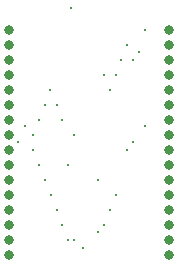
<source format=gbr>
G04 #@! TF.GenerationSoftware,KiCad,Pcbnew,(6.0.1-0)*
G04 #@! TF.CreationDate,2022-03-14T11:45:25-04:00*
G04 #@! TF.ProjectId,MBC1-TSOP40,4d424331-2d54-4534-9f50-34302e6b6963,rev?*
G04 #@! TF.SameCoordinates,Original*
G04 #@! TF.FileFunction,Soldermask,Bot*
G04 #@! TF.FilePolarity,Negative*
%FSLAX46Y46*%
G04 Gerber Fmt 4.6, Leading zero omitted, Abs format (unit mm)*
G04 Created by KiCad (PCBNEW (6.0.1-0)) date 2022-03-14 11:45:25*
%MOMM*%
%LPD*%
G01*
G04 APERTURE LIST*
%ADD10C,0.800000*%
%ADD11C,0.300000*%
G04 APERTURE END LIST*
D10*
X119400000Y-49300000D03*
X119400000Y-50570000D03*
D11*
X116370000Y-51840000D03*
D10*
X119400000Y-51840000D03*
D11*
X114870000Y-53110000D03*
D10*
X119400000Y-53110000D03*
D11*
X114370000Y-54380000D03*
D10*
X119400000Y-54380000D03*
D11*
X109875000Y-55650000D03*
D10*
X119400000Y-55650000D03*
D11*
X110375000Y-56925000D03*
D10*
X119400000Y-56920000D03*
D11*
X111370000Y-58190000D03*
D10*
X119400000Y-58190000D03*
D11*
X115850000Y-59450000D03*
D10*
X119400000Y-59460000D03*
X119400000Y-60730000D03*
D11*
X110875000Y-60730000D03*
D10*
X119400000Y-62000000D03*
D11*
X113370000Y-62000000D03*
X114875000Y-63250000D03*
D10*
X119400000Y-63270000D03*
D11*
X114375000Y-64525000D03*
D10*
X119400000Y-64540000D03*
D11*
X113875000Y-65800000D03*
D10*
X119400000Y-65810000D03*
X119400000Y-67080000D03*
D11*
X113375000Y-66400000D03*
X111375000Y-67100000D03*
D10*
X119400000Y-68350000D03*
D11*
X112120000Y-67780000D03*
D10*
X105850000Y-68350000D03*
X105850000Y-67080000D03*
D11*
X110875000Y-67100000D03*
X110375000Y-65825000D03*
D10*
X105850000Y-65810000D03*
X105850000Y-64540000D03*
D11*
X109875000Y-64550000D03*
D10*
X105850000Y-63270000D03*
D11*
X109375000Y-63275000D03*
X108875000Y-62000000D03*
D10*
X105850000Y-62000000D03*
X105850000Y-60730000D03*
D11*
X108375000Y-60750000D03*
D10*
X105850000Y-59460000D03*
D11*
X107875000Y-59450000D03*
X107875000Y-58200000D03*
D10*
X105850000Y-58190000D03*
X105850000Y-56920000D03*
D11*
X108375000Y-56925000D03*
D10*
X105850000Y-55650000D03*
D11*
X108875000Y-55675000D03*
D10*
X105850000Y-54380000D03*
D11*
X109350000Y-54375000D03*
D10*
X105850000Y-53110000D03*
D11*
X113875000Y-53100000D03*
X115350000Y-51850000D03*
D10*
X105850000Y-51840000D03*
X105850000Y-50570000D03*
D11*
X115870000Y-50570000D03*
X117375000Y-49325000D03*
D10*
X105850000Y-49300000D03*
D11*
X106650000Y-58775000D03*
X116375000Y-58775000D03*
X117370000Y-57450000D03*
X107175000Y-57450000D03*
X111060000Y-47470000D03*
X116870000Y-51130000D03*
M02*

</source>
